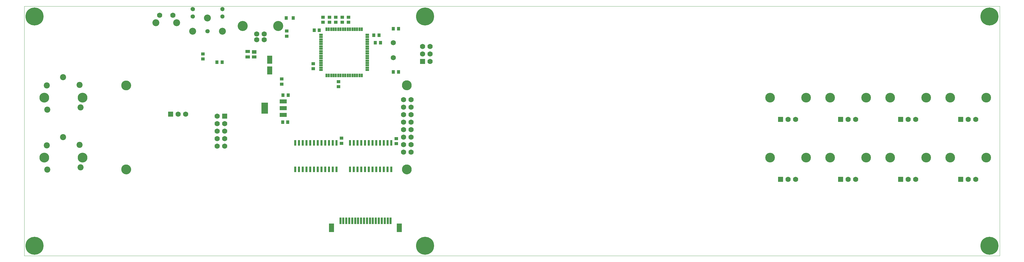
<source format=gbs>
G75*
%MOIN*%
%OFA0B0*%
%FSLAX25Y25*%
%IPPOS*%
%LPD*%
%AMOC8*
5,1,8,0,0,1.08239X$1,22.5*
%
%ADD10C,0.00000*%
%ADD11R,0.04731X0.04337*%
%ADD12R,0.04337X0.04731*%
%ADD13R,0.06699X0.10636*%
%ADD14C,0.07000*%
%ADD15C,0.13400*%
%ADD16R,0.04250X0.05124*%
%ADD17R,0.06069X0.04337*%
%ADD18R,0.06069X0.05124*%
%ADD19R,0.07000X0.07000*%
%ADD20C,0.12900*%
%ADD21C,0.12998*%
%ADD22R,0.05100X0.02600*%
%ADD23R,0.02600X0.05100*%
%ADD24R,0.09200X0.05200*%
%ADD25R,0.09061X0.14573*%
%ADD26R,0.02762X0.07487*%
%ADD27C,0.06900*%
%ADD28C,0.09250*%
%ADD29C,0.08118*%
%ADD30C,0.13061*%
%ADD31R,0.02762X0.09061*%
%ADD32R,0.06896X0.11424*%
%ADD33C,0.05518*%
%ADD34C,0.09258*%
%ADD35C,0.24022*%
D10*
X0001500Y0002000D02*
X0001500Y0335000D01*
X1301000Y0335000D01*
X1301000Y0002000D01*
X0001500Y0002000D01*
X0130749Y0117346D02*
X0130751Y0117504D01*
X0130757Y0117662D01*
X0130767Y0117820D01*
X0130781Y0117978D01*
X0130799Y0118135D01*
X0130820Y0118292D01*
X0130846Y0118448D01*
X0130876Y0118604D01*
X0130909Y0118759D01*
X0130947Y0118912D01*
X0130988Y0119065D01*
X0131033Y0119217D01*
X0131082Y0119368D01*
X0131135Y0119517D01*
X0131191Y0119665D01*
X0131251Y0119811D01*
X0131315Y0119956D01*
X0131383Y0120099D01*
X0131454Y0120241D01*
X0131528Y0120381D01*
X0131606Y0120518D01*
X0131688Y0120654D01*
X0131772Y0120788D01*
X0131861Y0120919D01*
X0131952Y0121048D01*
X0132047Y0121175D01*
X0132144Y0121300D01*
X0132245Y0121422D01*
X0132349Y0121541D01*
X0132456Y0121658D01*
X0132566Y0121772D01*
X0132679Y0121883D01*
X0132794Y0121992D01*
X0132912Y0122097D01*
X0133033Y0122199D01*
X0133156Y0122299D01*
X0133282Y0122395D01*
X0133410Y0122488D01*
X0133540Y0122578D01*
X0133673Y0122664D01*
X0133808Y0122748D01*
X0133944Y0122827D01*
X0134083Y0122904D01*
X0134224Y0122976D01*
X0134366Y0123046D01*
X0134510Y0123111D01*
X0134656Y0123173D01*
X0134803Y0123231D01*
X0134952Y0123286D01*
X0135102Y0123337D01*
X0135253Y0123384D01*
X0135405Y0123427D01*
X0135558Y0123466D01*
X0135713Y0123502D01*
X0135868Y0123533D01*
X0136024Y0123561D01*
X0136180Y0123585D01*
X0136337Y0123605D01*
X0136495Y0123621D01*
X0136652Y0123633D01*
X0136811Y0123641D01*
X0136969Y0123645D01*
X0137127Y0123645D01*
X0137285Y0123641D01*
X0137444Y0123633D01*
X0137601Y0123621D01*
X0137759Y0123605D01*
X0137916Y0123585D01*
X0138072Y0123561D01*
X0138228Y0123533D01*
X0138383Y0123502D01*
X0138538Y0123466D01*
X0138691Y0123427D01*
X0138843Y0123384D01*
X0138994Y0123337D01*
X0139144Y0123286D01*
X0139293Y0123231D01*
X0139440Y0123173D01*
X0139586Y0123111D01*
X0139730Y0123046D01*
X0139872Y0122976D01*
X0140013Y0122904D01*
X0140152Y0122827D01*
X0140288Y0122748D01*
X0140423Y0122664D01*
X0140556Y0122578D01*
X0140686Y0122488D01*
X0140814Y0122395D01*
X0140940Y0122299D01*
X0141063Y0122199D01*
X0141184Y0122097D01*
X0141302Y0121992D01*
X0141417Y0121883D01*
X0141530Y0121772D01*
X0141640Y0121658D01*
X0141747Y0121541D01*
X0141851Y0121422D01*
X0141952Y0121300D01*
X0142049Y0121175D01*
X0142144Y0121048D01*
X0142235Y0120919D01*
X0142324Y0120788D01*
X0142408Y0120654D01*
X0142490Y0120518D01*
X0142568Y0120381D01*
X0142642Y0120241D01*
X0142713Y0120099D01*
X0142781Y0119956D01*
X0142845Y0119811D01*
X0142905Y0119665D01*
X0142961Y0119517D01*
X0143014Y0119368D01*
X0143063Y0119217D01*
X0143108Y0119065D01*
X0143149Y0118912D01*
X0143187Y0118759D01*
X0143220Y0118604D01*
X0143250Y0118448D01*
X0143276Y0118292D01*
X0143297Y0118135D01*
X0143315Y0117978D01*
X0143329Y0117820D01*
X0143339Y0117662D01*
X0143345Y0117504D01*
X0143347Y0117346D01*
X0143345Y0117188D01*
X0143339Y0117030D01*
X0143329Y0116872D01*
X0143315Y0116714D01*
X0143297Y0116557D01*
X0143276Y0116400D01*
X0143250Y0116244D01*
X0143220Y0116088D01*
X0143187Y0115933D01*
X0143149Y0115780D01*
X0143108Y0115627D01*
X0143063Y0115475D01*
X0143014Y0115324D01*
X0142961Y0115175D01*
X0142905Y0115027D01*
X0142845Y0114881D01*
X0142781Y0114736D01*
X0142713Y0114593D01*
X0142642Y0114451D01*
X0142568Y0114311D01*
X0142490Y0114174D01*
X0142408Y0114038D01*
X0142324Y0113904D01*
X0142235Y0113773D01*
X0142144Y0113644D01*
X0142049Y0113517D01*
X0141952Y0113392D01*
X0141851Y0113270D01*
X0141747Y0113151D01*
X0141640Y0113034D01*
X0141530Y0112920D01*
X0141417Y0112809D01*
X0141302Y0112700D01*
X0141184Y0112595D01*
X0141063Y0112493D01*
X0140940Y0112393D01*
X0140814Y0112297D01*
X0140686Y0112204D01*
X0140556Y0112114D01*
X0140423Y0112028D01*
X0140288Y0111944D01*
X0140152Y0111865D01*
X0140013Y0111788D01*
X0139872Y0111716D01*
X0139730Y0111646D01*
X0139586Y0111581D01*
X0139440Y0111519D01*
X0139293Y0111461D01*
X0139144Y0111406D01*
X0138994Y0111355D01*
X0138843Y0111308D01*
X0138691Y0111265D01*
X0138538Y0111226D01*
X0138383Y0111190D01*
X0138228Y0111159D01*
X0138072Y0111131D01*
X0137916Y0111107D01*
X0137759Y0111087D01*
X0137601Y0111071D01*
X0137444Y0111059D01*
X0137285Y0111051D01*
X0137127Y0111047D01*
X0136969Y0111047D01*
X0136811Y0111051D01*
X0136652Y0111059D01*
X0136495Y0111071D01*
X0136337Y0111087D01*
X0136180Y0111107D01*
X0136024Y0111131D01*
X0135868Y0111159D01*
X0135713Y0111190D01*
X0135558Y0111226D01*
X0135405Y0111265D01*
X0135253Y0111308D01*
X0135102Y0111355D01*
X0134952Y0111406D01*
X0134803Y0111461D01*
X0134656Y0111519D01*
X0134510Y0111581D01*
X0134366Y0111646D01*
X0134224Y0111716D01*
X0134083Y0111788D01*
X0133944Y0111865D01*
X0133808Y0111944D01*
X0133673Y0112028D01*
X0133540Y0112114D01*
X0133410Y0112204D01*
X0133282Y0112297D01*
X0133156Y0112393D01*
X0133033Y0112493D01*
X0132912Y0112595D01*
X0132794Y0112700D01*
X0132679Y0112809D01*
X0132566Y0112920D01*
X0132456Y0113034D01*
X0132349Y0113151D01*
X0132245Y0113270D01*
X0132144Y0113392D01*
X0132047Y0113517D01*
X0131952Y0113644D01*
X0131861Y0113773D01*
X0131772Y0113904D01*
X0131688Y0114038D01*
X0131606Y0114174D01*
X0131528Y0114311D01*
X0131454Y0114451D01*
X0131383Y0114593D01*
X0131315Y0114736D01*
X0131251Y0114881D01*
X0131191Y0115027D01*
X0131135Y0115175D01*
X0131082Y0115324D01*
X0131033Y0115475D01*
X0130988Y0115627D01*
X0130947Y0115780D01*
X0130909Y0115933D01*
X0130876Y0116088D01*
X0130846Y0116244D01*
X0130820Y0116400D01*
X0130799Y0116557D01*
X0130781Y0116714D01*
X0130767Y0116872D01*
X0130757Y0117030D01*
X0130751Y0117188D01*
X0130749Y0117346D01*
X0504578Y0117346D02*
X0504580Y0117504D01*
X0504586Y0117662D01*
X0504596Y0117820D01*
X0504610Y0117978D01*
X0504628Y0118135D01*
X0504649Y0118292D01*
X0504675Y0118448D01*
X0504705Y0118604D01*
X0504738Y0118759D01*
X0504776Y0118912D01*
X0504817Y0119065D01*
X0504862Y0119217D01*
X0504911Y0119368D01*
X0504964Y0119517D01*
X0505020Y0119665D01*
X0505080Y0119811D01*
X0505144Y0119956D01*
X0505212Y0120099D01*
X0505283Y0120241D01*
X0505357Y0120381D01*
X0505435Y0120518D01*
X0505517Y0120654D01*
X0505601Y0120788D01*
X0505690Y0120919D01*
X0505781Y0121048D01*
X0505876Y0121175D01*
X0505973Y0121300D01*
X0506074Y0121422D01*
X0506178Y0121541D01*
X0506285Y0121658D01*
X0506395Y0121772D01*
X0506508Y0121883D01*
X0506623Y0121992D01*
X0506741Y0122097D01*
X0506862Y0122199D01*
X0506985Y0122299D01*
X0507111Y0122395D01*
X0507239Y0122488D01*
X0507369Y0122578D01*
X0507502Y0122664D01*
X0507637Y0122748D01*
X0507773Y0122827D01*
X0507912Y0122904D01*
X0508053Y0122976D01*
X0508195Y0123046D01*
X0508339Y0123111D01*
X0508485Y0123173D01*
X0508632Y0123231D01*
X0508781Y0123286D01*
X0508931Y0123337D01*
X0509082Y0123384D01*
X0509234Y0123427D01*
X0509387Y0123466D01*
X0509542Y0123502D01*
X0509697Y0123533D01*
X0509853Y0123561D01*
X0510009Y0123585D01*
X0510166Y0123605D01*
X0510324Y0123621D01*
X0510481Y0123633D01*
X0510640Y0123641D01*
X0510798Y0123645D01*
X0510956Y0123645D01*
X0511114Y0123641D01*
X0511273Y0123633D01*
X0511430Y0123621D01*
X0511588Y0123605D01*
X0511745Y0123585D01*
X0511901Y0123561D01*
X0512057Y0123533D01*
X0512212Y0123502D01*
X0512367Y0123466D01*
X0512520Y0123427D01*
X0512672Y0123384D01*
X0512823Y0123337D01*
X0512973Y0123286D01*
X0513122Y0123231D01*
X0513269Y0123173D01*
X0513415Y0123111D01*
X0513559Y0123046D01*
X0513701Y0122976D01*
X0513842Y0122904D01*
X0513981Y0122827D01*
X0514117Y0122748D01*
X0514252Y0122664D01*
X0514385Y0122578D01*
X0514515Y0122488D01*
X0514643Y0122395D01*
X0514769Y0122299D01*
X0514892Y0122199D01*
X0515013Y0122097D01*
X0515131Y0121992D01*
X0515246Y0121883D01*
X0515359Y0121772D01*
X0515469Y0121658D01*
X0515576Y0121541D01*
X0515680Y0121422D01*
X0515781Y0121300D01*
X0515878Y0121175D01*
X0515973Y0121048D01*
X0516064Y0120919D01*
X0516153Y0120788D01*
X0516237Y0120654D01*
X0516319Y0120518D01*
X0516397Y0120381D01*
X0516471Y0120241D01*
X0516542Y0120099D01*
X0516610Y0119956D01*
X0516674Y0119811D01*
X0516734Y0119665D01*
X0516790Y0119517D01*
X0516843Y0119368D01*
X0516892Y0119217D01*
X0516937Y0119065D01*
X0516978Y0118912D01*
X0517016Y0118759D01*
X0517049Y0118604D01*
X0517079Y0118448D01*
X0517105Y0118292D01*
X0517126Y0118135D01*
X0517144Y0117978D01*
X0517158Y0117820D01*
X0517168Y0117662D01*
X0517174Y0117504D01*
X0517176Y0117346D01*
X0517174Y0117188D01*
X0517168Y0117030D01*
X0517158Y0116872D01*
X0517144Y0116714D01*
X0517126Y0116557D01*
X0517105Y0116400D01*
X0517079Y0116244D01*
X0517049Y0116088D01*
X0517016Y0115933D01*
X0516978Y0115780D01*
X0516937Y0115627D01*
X0516892Y0115475D01*
X0516843Y0115324D01*
X0516790Y0115175D01*
X0516734Y0115027D01*
X0516674Y0114881D01*
X0516610Y0114736D01*
X0516542Y0114593D01*
X0516471Y0114451D01*
X0516397Y0114311D01*
X0516319Y0114174D01*
X0516237Y0114038D01*
X0516153Y0113904D01*
X0516064Y0113773D01*
X0515973Y0113644D01*
X0515878Y0113517D01*
X0515781Y0113392D01*
X0515680Y0113270D01*
X0515576Y0113151D01*
X0515469Y0113034D01*
X0515359Y0112920D01*
X0515246Y0112809D01*
X0515131Y0112700D01*
X0515013Y0112595D01*
X0514892Y0112493D01*
X0514769Y0112393D01*
X0514643Y0112297D01*
X0514515Y0112204D01*
X0514385Y0112114D01*
X0514252Y0112028D01*
X0514117Y0111944D01*
X0513981Y0111865D01*
X0513842Y0111788D01*
X0513701Y0111716D01*
X0513559Y0111646D01*
X0513415Y0111581D01*
X0513269Y0111519D01*
X0513122Y0111461D01*
X0512973Y0111406D01*
X0512823Y0111355D01*
X0512672Y0111308D01*
X0512520Y0111265D01*
X0512367Y0111226D01*
X0512212Y0111190D01*
X0512057Y0111159D01*
X0511901Y0111131D01*
X0511745Y0111107D01*
X0511588Y0111087D01*
X0511430Y0111071D01*
X0511273Y0111059D01*
X0511114Y0111051D01*
X0510956Y0111047D01*
X0510798Y0111047D01*
X0510640Y0111051D01*
X0510481Y0111059D01*
X0510324Y0111071D01*
X0510166Y0111087D01*
X0510009Y0111107D01*
X0509853Y0111131D01*
X0509697Y0111159D01*
X0509542Y0111190D01*
X0509387Y0111226D01*
X0509234Y0111265D01*
X0509082Y0111308D01*
X0508931Y0111355D01*
X0508781Y0111406D01*
X0508632Y0111461D01*
X0508485Y0111519D01*
X0508339Y0111581D01*
X0508195Y0111646D01*
X0508053Y0111716D01*
X0507912Y0111788D01*
X0507773Y0111865D01*
X0507637Y0111944D01*
X0507502Y0112028D01*
X0507369Y0112114D01*
X0507239Y0112204D01*
X0507111Y0112297D01*
X0506985Y0112393D01*
X0506862Y0112493D01*
X0506741Y0112595D01*
X0506623Y0112700D01*
X0506508Y0112809D01*
X0506395Y0112920D01*
X0506285Y0113034D01*
X0506178Y0113151D01*
X0506074Y0113270D01*
X0505973Y0113392D01*
X0505876Y0113517D01*
X0505781Y0113644D01*
X0505690Y0113773D01*
X0505601Y0113904D01*
X0505517Y0114038D01*
X0505435Y0114174D01*
X0505357Y0114311D01*
X0505283Y0114451D01*
X0505212Y0114593D01*
X0505144Y0114736D01*
X0505080Y0114881D01*
X0505020Y0115027D01*
X0504964Y0115175D01*
X0504911Y0115324D01*
X0504862Y0115475D01*
X0504817Y0115627D01*
X0504776Y0115780D01*
X0504738Y0115933D01*
X0504705Y0116088D01*
X0504675Y0116244D01*
X0504649Y0116400D01*
X0504628Y0116557D01*
X0504610Y0116714D01*
X0504596Y0116872D01*
X0504586Y0117030D01*
X0504580Y0117188D01*
X0504578Y0117346D01*
X0504578Y0229551D02*
X0504580Y0229709D01*
X0504586Y0229867D01*
X0504596Y0230025D01*
X0504610Y0230183D01*
X0504628Y0230340D01*
X0504649Y0230497D01*
X0504675Y0230653D01*
X0504705Y0230809D01*
X0504738Y0230964D01*
X0504776Y0231117D01*
X0504817Y0231270D01*
X0504862Y0231422D01*
X0504911Y0231573D01*
X0504964Y0231722D01*
X0505020Y0231870D01*
X0505080Y0232016D01*
X0505144Y0232161D01*
X0505212Y0232304D01*
X0505283Y0232446D01*
X0505357Y0232586D01*
X0505435Y0232723D01*
X0505517Y0232859D01*
X0505601Y0232993D01*
X0505690Y0233124D01*
X0505781Y0233253D01*
X0505876Y0233380D01*
X0505973Y0233505D01*
X0506074Y0233627D01*
X0506178Y0233746D01*
X0506285Y0233863D01*
X0506395Y0233977D01*
X0506508Y0234088D01*
X0506623Y0234197D01*
X0506741Y0234302D01*
X0506862Y0234404D01*
X0506985Y0234504D01*
X0507111Y0234600D01*
X0507239Y0234693D01*
X0507369Y0234783D01*
X0507502Y0234869D01*
X0507637Y0234953D01*
X0507773Y0235032D01*
X0507912Y0235109D01*
X0508053Y0235181D01*
X0508195Y0235251D01*
X0508339Y0235316D01*
X0508485Y0235378D01*
X0508632Y0235436D01*
X0508781Y0235491D01*
X0508931Y0235542D01*
X0509082Y0235589D01*
X0509234Y0235632D01*
X0509387Y0235671D01*
X0509542Y0235707D01*
X0509697Y0235738D01*
X0509853Y0235766D01*
X0510009Y0235790D01*
X0510166Y0235810D01*
X0510324Y0235826D01*
X0510481Y0235838D01*
X0510640Y0235846D01*
X0510798Y0235850D01*
X0510956Y0235850D01*
X0511114Y0235846D01*
X0511273Y0235838D01*
X0511430Y0235826D01*
X0511588Y0235810D01*
X0511745Y0235790D01*
X0511901Y0235766D01*
X0512057Y0235738D01*
X0512212Y0235707D01*
X0512367Y0235671D01*
X0512520Y0235632D01*
X0512672Y0235589D01*
X0512823Y0235542D01*
X0512973Y0235491D01*
X0513122Y0235436D01*
X0513269Y0235378D01*
X0513415Y0235316D01*
X0513559Y0235251D01*
X0513701Y0235181D01*
X0513842Y0235109D01*
X0513981Y0235032D01*
X0514117Y0234953D01*
X0514252Y0234869D01*
X0514385Y0234783D01*
X0514515Y0234693D01*
X0514643Y0234600D01*
X0514769Y0234504D01*
X0514892Y0234404D01*
X0515013Y0234302D01*
X0515131Y0234197D01*
X0515246Y0234088D01*
X0515359Y0233977D01*
X0515469Y0233863D01*
X0515576Y0233746D01*
X0515680Y0233627D01*
X0515781Y0233505D01*
X0515878Y0233380D01*
X0515973Y0233253D01*
X0516064Y0233124D01*
X0516153Y0232993D01*
X0516237Y0232859D01*
X0516319Y0232723D01*
X0516397Y0232586D01*
X0516471Y0232446D01*
X0516542Y0232304D01*
X0516610Y0232161D01*
X0516674Y0232016D01*
X0516734Y0231870D01*
X0516790Y0231722D01*
X0516843Y0231573D01*
X0516892Y0231422D01*
X0516937Y0231270D01*
X0516978Y0231117D01*
X0517016Y0230964D01*
X0517049Y0230809D01*
X0517079Y0230653D01*
X0517105Y0230497D01*
X0517126Y0230340D01*
X0517144Y0230183D01*
X0517158Y0230025D01*
X0517168Y0229867D01*
X0517174Y0229709D01*
X0517176Y0229551D01*
X0517174Y0229393D01*
X0517168Y0229235D01*
X0517158Y0229077D01*
X0517144Y0228919D01*
X0517126Y0228762D01*
X0517105Y0228605D01*
X0517079Y0228449D01*
X0517049Y0228293D01*
X0517016Y0228138D01*
X0516978Y0227985D01*
X0516937Y0227832D01*
X0516892Y0227680D01*
X0516843Y0227529D01*
X0516790Y0227380D01*
X0516734Y0227232D01*
X0516674Y0227086D01*
X0516610Y0226941D01*
X0516542Y0226798D01*
X0516471Y0226656D01*
X0516397Y0226516D01*
X0516319Y0226379D01*
X0516237Y0226243D01*
X0516153Y0226109D01*
X0516064Y0225978D01*
X0515973Y0225849D01*
X0515878Y0225722D01*
X0515781Y0225597D01*
X0515680Y0225475D01*
X0515576Y0225356D01*
X0515469Y0225239D01*
X0515359Y0225125D01*
X0515246Y0225014D01*
X0515131Y0224905D01*
X0515013Y0224800D01*
X0514892Y0224698D01*
X0514769Y0224598D01*
X0514643Y0224502D01*
X0514515Y0224409D01*
X0514385Y0224319D01*
X0514252Y0224233D01*
X0514117Y0224149D01*
X0513981Y0224070D01*
X0513842Y0223993D01*
X0513701Y0223921D01*
X0513559Y0223851D01*
X0513415Y0223786D01*
X0513269Y0223724D01*
X0513122Y0223666D01*
X0512973Y0223611D01*
X0512823Y0223560D01*
X0512672Y0223513D01*
X0512520Y0223470D01*
X0512367Y0223431D01*
X0512212Y0223395D01*
X0512057Y0223364D01*
X0511901Y0223336D01*
X0511745Y0223312D01*
X0511588Y0223292D01*
X0511430Y0223276D01*
X0511273Y0223264D01*
X0511114Y0223256D01*
X0510956Y0223252D01*
X0510798Y0223252D01*
X0510640Y0223256D01*
X0510481Y0223264D01*
X0510324Y0223276D01*
X0510166Y0223292D01*
X0510009Y0223312D01*
X0509853Y0223336D01*
X0509697Y0223364D01*
X0509542Y0223395D01*
X0509387Y0223431D01*
X0509234Y0223470D01*
X0509082Y0223513D01*
X0508931Y0223560D01*
X0508781Y0223611D01*
X0508632Y0223666D01*
X0508485Y0223724D01*
X0508339Y0223786D01*
X0508195Y0223851D01*
X0508053Y0223921D01*
X0507912Y0223993D01*
X0507773Y0224070D01*
X0507637Y0224149D01*
X0507502Y0224233D01*
X0507369Y0224319D01*
X0507239Y0224409D01*
X0507111Y0224502D01*
X0506985Y0224598D01*
X0506862Y0224698D01*
X0506741Y0224800D01*
X0506623Y0224905D01*
X0506508Y0225014D01*
X0506395Y0225125D01*
X0506285Y0225239D01*
X0506178Y0225356D01*
X0506074Y0225475D01*
X0505973Y0225597D01*
X0505876Y0225722D01*
X0505781Y0225849D01*
X0505690Y0225978D01*
X0505601Y0226109D01*
X0505517Y0226243D01*
X0505435Y0226379D01*
X0505357Y0226516D01*
X0505283Y0226656D01*
X0505212Y0226798D01*
X0505144Y0226941D01*
X0505080Y0227086D01*
X0505020Y0227232D01*
X0504964Y0227380D01*
X0504911Y0227529D01*
X0504862Y0227680D01*
X0504817Y0227832D01*
X0504776Y0227985D01*
X0504738Y0228138D01*
X0504705Y0228293D01*
X0504675Y0228449D01*
X0504649Y0228605D01*
X0504628Y0228762D01*
X0504610Y0228919D01*
X0504596Y0229077D01*
X0504586Y0229235D01*
X0504580Y0229393D01*
X0504578Y0229551D01*
X0242941Y0301783D02*
X0242943Y0301884D01*
X0242949Y0301985D01*
X0242959Y0302086D01*
X0242973Y0302186D01*
X0242991Y0302285D01*
X0243013Y0302384D01*
X0243038Y0302482D01*
X0243068Y0302579D01*
X0243101Y0302674D01*
X0243138Y0302768D01*
X0243179Y0302861D01*
X0243223Y0302952D01*
X0243271Y0303041D01*
X0243323Y0303128D01*
X0243378Y0303213D01*
X0243436Y0303295D01*
X0243497Y0303376D01*
X0243562Y0303454D01*
X0243629Y0303529D01*
X0243699Y0303601D01*
X0243773Y0303671D01*
X0243849Y0303738D01*
X0243927Y0303802D01*
X0244008Y0303862D01*
X0244091Y0303919D01*
X0244177Y0303973D01*
X0244265Y0304024D01*
X0244354Y0304071D01*
X0244445Y0304115D01*
X0244538Y0304154D01*
X0244633Y0304191D01*
X0244728Y0304223D01*
X0244825Y0304252D01*
X0244924Y0304276D01*
X0245022Y0304297D01*
X0245122Y0304314D01*
X0245222Y0304327D01*
X0245323Y0304336D01*
X0245424Y0304341D01*
X0245525Y0304342D01*
X0245626Y0304339D01*
X0245727Y0304332D01*
X0245828Y0304321D01*
X0245928Y0304306D01*
X0246027Y0304287D01*
X0246126Y0304264D01*
X0246223Y0304238D01*
X0246320Y0304207D01*
X0246415Y0304173D01*
X0246508Y0304135D01*
X0246601Y0304093D01*
X0246691Y0304048D01*
X0246780Y0303999D01*
X0246866Y0303947D01*
X0246950Y0303891D01*
X0247033Y0303832D01*
X0247112Y0303770D01*
X0247190Y0303705D01*
X0247264Y0303637D01*
X0247336Y0303565D01*
X0247405Y0303492D01*
X0247471Y0303415D01*
X0247534Y0303336D01*
X0247594Y0303254D01*
X0247650Y0303170D01*
X0247703Y0303084D01*
X0247753Y0302996D01*
X0247799Y0302906D01*
X0247842Y0302815D01*
X0247881Y0302721D01*
X0247916Y0302626D01*
X0247947Y0302530D01*
X0247975Y0302433D01*
X0247999Y0302335D01*
X0248019Y0302236D01*
X0248035Y0302136D01*
X0248047Y0302035D01*
X0248055Y0301935D01*
X0248059Y0301834D01*
X0248059Y0301732D01*
X0248055Y0301631D01*
X0248047Y0301531D01*
X0248035Y0301430D01*
X0248019Y0301330D01*
X0247999Y0301231D01*
X0247975Y0301133D01*
X0247947Y0301036D01*
X0247916Y0300940D01*
X0247881Y0300845D01*
X0247842Y0300751D01*
X0247799Y0300660D01*
X0247753Y0300570D01*
X0247703Y0300482D01*
X0247650Y0300396D01*
X0247594Y0300312D01*
X0247534Y0300230D01*
X0247471Y0300151D01*
X0247405Y0300074D01*
X0247336Y0300001D01*
X0247264Y0299929D01*
X0247190Y0299861D01*
X0247112Y0299796D01*
X0247033Y0299734D01*
X0246950Y0299675D01*
X0246866Y0299619D01*
X0246779Y0299567D01*
X0246691Y0299518D01*
X0246601Y0299473D01*
X0246508Y0299431D01*
X0246415Y0299393D01*
X0246320Y0299359D01*
X0246223Y0299328D01*
X0246126Y0299302D01*
X0246027Y0299279D01*
X0245928Y0299260D01*
X0245828Y0299245D01*
X0245727Y0299234D01*
X0245626Y0299227D01*
X0245525Y0299224D01*
X0245424Y0299225D01*
X0245323Y0299230D01*
X0245222Y0299239D01*
X0245122Y0299252D01*
X0245022Y0299269D01*
X0244924Y0299290D01*
X0244825Y0299314D01*
X0244728Y0299343D01*
X0244633Y0299375D01*
X0244538Y0299412D01*
X0244445Y0299451D01*
X0244354Y0299495D01*
X0244265Y0299542D01*
X0244177Y0299593D01*
X0244091Y0299647D01*
X0244008Y0299704D01*
X0243927Y0299764D01*
X0243849Y0299828D01*
X0243773Y0299895D01*
X0243699Y0299965D01*
X0243629Y0300037D01*
X0243562Y0300112D01*
X0243497Y0300190D01*
X0243436Y0300271D01*
X0243378Y0300353D01*
X0243323Y0300438D01*
X0243271Y0300525D01*
X0243223Y0300614D01*
X0243179Y0300705D01*
X0243138Y0300798D01*
X0243101Y0300892D01*
X0243068Y0300987D01*
X0243038Y0301084D01*
X0243013Y0301182D01*
X0242991Y0301281D01*
X0242973Y0301380D01*
X0242959Y0301480D01*
X0242949Y0301581D01*
X0242943Y0301682D01*
X0242941Y0301783D01*
X0223256Y0321469D02*
X0223258Y0321570D01*
X0223264Y0321671D01*
X0223274Y0321772D01*
X0223288Y0321872D01*
X0223306Y0321971D01*
X0223328Y0322070D01*
X0223353Y0322168D01*
X0223383Y0322265D01*
X0223416Y0322360D01*
X0223453Y0322454D01*
X0223494Y0322547D01*
X0223538Y0322638D01*
X0223586Y0322727D01*
X0223638Y0322814D01*
X0223693Y0322899D01*
X0223751Y0322981D01*
X0223812Y0323062D01*
X0223877Y0323140D01*
X0223944Y0323215D01*
X0224014Y0323287D01*
X0224088Y0323357D01*
X0224164Y0323424D01*
X0224242Y0323488D01*
X0224323Y0323548D01*
X0224406Y0323605D01*
X0224492Y0323659D01*
X0224580Y0323710D01*
X0224669Y0323757D01*
X0224760Y0323801D01*
X0224853Y0323840D01*
X0224948Y0323877D01*
X0225043Y0323909D01*
X0225140Y0323938D01*
X0225239Y0323962D01*
X0225337Y0323983D01*
X0225437Y0324000D01*
X0225537Y0324013D01*
X0225638Y0324022D01*
X0225739Y0324027D01*
X0225840Y0324028D01*
X0225941Y0324025D01*
X0226042Y0324018D01*
X0226143Y0324007D01*
X0226243Y0323992D01*
X0226342Y0323973D01*
X0226441Y0323950D01*
X0226538Y0323924D01*
X0226635Y0323893D01*
X0226730Y0323859D01*
X0226823Y0323821D01*
X0226916Y0323779D01*
X0227006Y0323734D01*
X0227095Y0323685D01*
X0227181Y0323633D01*
X0227265Y0323577D01*
X0227348Y0323518D01*
X0227427Y0323456D01*
X0227505Y0323391D01*
X0227579Y0323323D01*
X0227651Y0323251D01*
X0227720Y0323178D01*
X0227786Y0323101D01*
X0227849Y0323022D01*
X0227909Y0322940D01*
X0227965Y0322856D01*
X0228018Y0322770D01*
X0228068Y0322682D01*
X0228114Y0322592D01*
X0228157Y0322501D01*
X0228196Y0322407D01*
X0228231Y0322312D01*
X0228262Y0322216D01*
X0228290Y0322119D01*
X0228314Y0322021D01*
X0228334Y0321922D01*
X0228350Y0321822D01*
X0228362Y0321721D01*
X0228370Y0321621D01*
X0228374Y0321520D01*
X0228374Y0321418D01*
X0228370Y0321317D01*
X0228362Y0321217D01*
X0228350Y0321116D01*
X0228334Y0321016D01*
X0228314Y0320917D01*
X0228290Y0320819D01*
X0228262Y0320722D01*
X0228231Y0320626D01*
X0228196Y0320531D01*
X0228157Y0320437D01*
X0228114Y0320346D01*
X0228068Y0320256D01*
X0228018Y0320168D01*
X0227965Y0320082D01*
X0227909Y0319998D01*
X0227849Y0319916D01*
X0227786Y0319837D01*
X0227720Y0319760D01*
X0227651Y0319687D01*
X0227579Y0319615D01*
X0227505Y0319547D01*
X0227427Y0319482D01*
X0227348Y0319420D01*
X0227265Y0319361D01*
X0227181Y0319305D01*
X0227094Y0319253D01*
X0227006Y0319204D01*
X0226916Y0319159D01*
X0226823Y0319117D01*
X0226730Y0319079D01*
X0226635Y0319045D01*
X0226538Y0319014D01*
X0226441Y0318988D01*
X0226342Y0318965D01*
X0226243Y0318946D01*
X0226143Y0318931D01*
X0226042Y0318920D01*
X0225941Y0318913D01*
X0225840Y0318910D01*
X0225739Y0318911D01*
X0225638Y0318916D01*
X0225537Y0318925D01*
X0225437Y0318938D01*
X0225337Y0318955D01*
X0225239Y0318976D01*
X0225140Y0319000D01*
X0225043Y0319029D01*
X0224948Y0319061D01*
X0224853Y0319098D01*
X0224760Y0319137D01*
X0224669Y0319181D01*
X0224580Y0319228D01*
X0224492Y0319279D01*
X0224406Y0319333D01*
X0224323Y0319390D01*
X0224242Y0319450D01*
X0224164Y0319514D01*
X0224088Y0319581D01*
X0224014Y0319651D01*
X0223944Y0319723D01*
X0223877Y0319798D01*
X0223812Y0319876D01*
X0223751Y0319957D01*
X0223693Y0320039D01*
X0223638Y0320124D01*
X0223586Y0320211D01*
X0223538Y0320300D01*
X0223494Y0320391D01*
X0223453Y0320484D01*
X0223416Y0320578D01*
X0223383Y0320673D01*
X0223353Y0320770D01*
X0223328Y0320868D01*
X0223306Y0320967D01*
X0223288Y0321066D01*
X0223274Y0321166D01*
X0223264Y0321267D01*
X0223258Y0321368D01*
X0223256Y0321469D01*
X0223256Y0331311D02*
X0223258Y0331412D01*
X0223264Y0331513D01*
X0223274Y0331614D01*
X0223288Y0331714D01*
X0223306Y0331813D01*
X0223328Y0331912D01*
X0223353Y0332010D01*
X0223383Y0332107D01*
X0223416Y0332202D01*
X0223453Y0332296D01*
X0223494Y0332389D01*
X0223538Y0332480D01*
X0223586Y0332569D01*
X0223638Y0332656D01*
X0223693Y0332741D01*
X0223751Y0332823D01*
X0223812Y0332904D01*
X0223877Y0332982D01*
X0223944Y0333057D01*
X0224014Y0333129D01*
X0224088Y0333199D01*
X0224164Y0333266D01*
X0224242Y0333330D01*
X0224323Y0333390D01*
X0224406Y0333447D01*
X0224492Y0333501D01*
X0224580Y0333552D01*
X0224669Y0333599D01*
X0224760Y0333643D01*
X0224853Y0333682D01*
X0224948Y0333719D01*
X0225043Y0333751D01*
X0225140Y0333780D01*
X0225239Y0333804D01*
X0225337Y0333825D01*
X0225437Y0333842D01*
X0225537Y0333855D01*
X0225638Y0333864D01*
X0225739Y0333869D01*
X0225840Y0333870D01*
X0225941Y0333867D01*
X0226042Y0333860D01*
X0226143Y0333849D01*
X0226243Y0333834D01*
X0226342Y0333815D01*
X0226441Y0333792D01*
X0226538Y0333766D01*
X0226635Y0333735D01*
X0226730Y0333701D01*
X0226823Y0333663D01*
X0226916Y0333621D01*
X0227006Y0333576D01*
X0227095Y0333527D01*
X0227181Y0333475D01*
X0227265Y0333419D01*
X0227348Y0333360D01*
X0227427Y0333298D01*
X0227505Y0333233D01*
X0227579Y0333165D01*
X0227651Y0333093D01*
X0227720Y0333020D01*
X0227786Y0332943D01*
X0227849Y0332864D01*
X0227909Y0332782D01*
X0227965Y0332698D01*
X0228018Y0332612D01*
X0228068Y0332524D01*
X0228114Y0332434D01*
X0228157Y0332343D01*
X0228196Y0332249D01*
X0228231Y0332154D01*
X0228262Y0332058D01*
X0228290Y0331961D01*
X0228314Y0331863D01*
X0228334Y0331764D01*
X0228350Y0331664D01*
X0228362Y0331563D01*
X0228370Y0331463D01*
X0228374Y0331362D01*
X0228374Y0331260D01*
X0228370Y0331159D01*
X0228362Y0331059D01*
X0228350Y0330958D01*
X0228334Y0330858D01*
X0228314Y0330759D01*
X0228290Y0330661D01*
X0228262Y0330564D01*
X0228231Y0330468D01*
X0228196Y0330373D01*
X0228157Y0330279D01*
X0228114Y0330188D01*
X0228068Y0330098D01*
X0228018Y0330010D01*
X0227965Y0329924D01*
X0227909Y0329840D01*
X0227849Y0329758D01*
X0227786Y0329679D01*
X0227720Y0329602D01*
X0227651Y0329529D01*
X0227579Y0329457D01*
X0227505Y0329389D01*
X0227427Y0329324D01*
X0227348Y0329262D01*
X0227265Y0329203D01*
X0227181Y0329147D01*
X0227094Y0329095D01*
X0227006Y0329046D01*
X0226916Y0329001D01*
X0226823Y0328959D01*
X0226730Y0328921D01*
X0226635Y0328887D01*
X0226538Y0328856D01*
X0226441Y0328830D01*
X0226342Y0328807D01*
X0226243Y0328788D01*
X0226143Y0328773D01*
X0226042Y0328762D01*
X0225941Y0328755D01*
X0225840Y0328752D01*
X0225739Y0328753D01*
X0225638Y0328758D01*
X0225537Y0328767D01*
X0225437Y0328780D01*
X0225337Y0328797D01*
X0225239Y0328818D01*
X0225140Y0328842D01*
X0225043Y0328871D01*
X0224948Y0328903D01*
X0224853Y0328940D01*
X0224760Y0328979D01*
X0224669Y0329023D01*
X0224580Y0329070D01*
X0224492Y0329121D01*
X0224406Y0329175D01*
X0224323Y0329232D01*
X0224242Y0329292D01*
X0224164Y0329356D01*
X0224088Y0329423D01*
X0224014Y0329493D01*
X0223944Y0329565D01*
X0223877Y0329640D01*
X0223812Y0329718D01*
X0223751Y0329799D01*
X0223693Y0329881D01*
X0223638Y0329966D01*
X0223586Y0330053D01*
X0223538Y0330142D01*
X0223494Y0330233D01*
X0223453Y0330326D01*
X0223416Y0330420D01*
X0223383Y0330515D01*
X0223353Y0330612D01*
X0223328Y0330710D01*
X0223306Y0330809D01*
X0223288Y0330908D01*
X0223274Y0331008D01*
X0223264Y0331109D01*
X0223258Y0331210D01*
X0223256Y0331311D01*
X0262626Y0331311D02*
X0262628Y0331412D01*
X0262634Y0331513D01*
X0262644Y0331614D01*
X0262658Y0331714D01*
X0262676Y0331813D01*
X0262698Y0331912D01*
X0262723Y0332010D01*
X0262753Y0332107D01*
X0262786Y0332202D01*
X0262823Y0332296D01*
X0262864Y0332389D01*
X0262908Y0332480D01*
X0262956Y0332569D01*
X0263008Y0332656D01*
X0263063Y0332741D01*
X0263121Y0332823D01*
X0263182Y0332904D01*
X0263247Y0332982D01*
X0263314Y0333057D01*
X0263384Y0333129D01*
X0263458Y0333199D01*
X0263534Y0333266D01*
X0263612Y0333330D01*
X0263693Y0333390D01*
X0263776Y0333447D01*
X0263862Y0333501D01*
X0263950Y0333552D01*
X0264039Y0333599D01*
X0264130Y0333643D01*
X0264223Y0333682D01*
X0264318Y0333719D01*
X0264413Y0333751D01*
X0264510Y0333780D01*
X0264609Y0333804D01*
X0264707Y0333825D01*
X0264807Y0333842D01*
X0264907Y0333855D01*
X0265008Y0333864D01*
X0265109Y0333869D01*
X0265210Y0333870D01*
X0265311Y0333867D01*
X0265412Y0333860D01*
X0265513Y0333849D01*
X0265613Y0333834D01*
X0265712Y0333815D01*
X0265811Y0333792D01*
X0265908Y0333766D01*
X0266005Y0333735D01*
X0266100Y0333701D01*
X0266193Y0333663D01*
X0266286Y0333621D01*
X0266376Y0333576D01*
X0266465Y0333527D01*
X0266551Y0333475D01*
X0266635Y0333419D01*
X0266718Y0333360D01*
X0266797Y0333298D01*
X0266875Y0333233D01*
X0266949Y0333165D01*
X0267021Y0333093D01*
X0267090Y0333020D01*
X0267156Y0332943D01*
X0267219Y0332864D01*
X0267279Y0332782D01*
X0267335Y0332698D01*
X0267388Y0332612D01*
X0267438Y0332524D01*
X0267484Y0332434D01*
X0267527Y0332343D01*
X0267566Y0332249D01*
X0267601Y0332154D01*
X0267632Y0332058D01*
X0267660Y0331961D01*
X0267684Y0331863D01*
X0267704Y0331764D01*
X0267720Y0331664D01*
X0267732Y0331563D01*
X0267740Y0331463D01*
X0267744Y0331362D01*
X0267744Y0331260D01*
X0267740Y0331159D01*
X0267732Y0331059D01*
X0267720Y0330958D01*
X0267704Y0330858D01*
X0267684Y0330759D01*
X0267660Y0330661D01*
X0267632Y0330564D01*
X0267601Y0330468D01*
X0267566Y0330373D01*
X0267527Y0330279D01*
X0267484Y0330188D01*
X0267438Y0330098D01*
X0267388Y0330010D01*
X0267335Y0329924D01*
X0267279Y0329840D01*
X0267219Y0329758D01*
X0267156Y0329679D01*
X0267090Y0329602D01*
X0267021Y0329529D01*
X0266949Y0329457D01*
X0266875Y0329389D01*
X0266797Y0329324D01*
X0266718Y0329262D01*
X0266635Y0329203D01*
X0266551Y0329147D01*
X0266464Y0329095D01*
X0266376Y0329046D01*
X0266286Y0329001D01*
X0266193Y0328959D01*
X0266100Y0328921D01*
X0266005Y0328887D01*
X0265908Y0328856D01*
X0265811Y0328830D01*
X0265712Y0328807D01*
X0265613Y0328788D01*
X0265513Y0328773D01*
X0265412Y0328762D01*
X0265311Y0328755D01*
X0265210Y0328752D01*
X0265109Y0328753D01*
X0265008Y0328758D01*
X0264907Y0328767D01*
X0264807Y0328780D01*
X0264707Y0328797D01*
X0264609Y0328818D01*
X0264510Y0328842D01*
X0264413Y0328871D01*
X0264318Y0328903D01*
X0264223Y0328940D01*
X0264130Y0328979D01*
X0264039Y0329023D01*
X0263950Y0329070D01*
X0263862Y0329121D01*
X0263776Y0329175D01*
X0263693Y0329232D01*
X0263612Y0329292D01*
X0263534Y0329356D01*
X0263458Y0329423D01*
X0263384Y0329493D01*
X0263314Y0329565D01*
X0263247Y0329640D01*
X0263182Y0329718D01*
X0263121Y0329799D01*
X0263063Y0329881D01*
X0263008Y0329966D01*
X0262956Y0330053D01*
X0262908Y0330142D01*
X0262864Y0330233D01*
X0262823Y0330326D01*
X0262786Y0330420D01*
X0262753Y0330515D01*
X0262723Y0330612D01*
X0262698Y0330710D01*
X0262676Y0330809D01*
X0262658Y0330908D01*
X0262644Y0331008D01*
X0262634Y0331109D01*
X0262628Y0331210D01*
X0262626Y0331311D01*
X0262626Y0321469D02*
X0262628Y0321570D01*
X0262634Y0321671D01*
X0262644Y0321772D01*
X0262658Y0321872D01*
X0262676Y0321971D01*
X0262698Y0322070D01*
X0262723Y0322168D01*
X0262753Y0322265D01*
X0262786Y0322360D01*
X0262823Y0322454D01*
X0262864Y0322547D01*
X0262908Y0322638D01*
X0262956Y0322727D01*
X0263008Y0322814D01*
X0263063Y0322899D01*
X0263121Y0322981D01*
X0263182Y0323062D01*
X0263247Y0323140D01*
X0263314Y0323215D01*
X0263384Y0323287D01*
X0263458Y0323357D01*
X0263534Y0323424D01*
X0263612Y0323488D01*
X0263693Y0323548D01*
X0263776Y0323605D01*
X0263862Y0323659D01*
X0263950Y0323710D01*
X0264039Y0323757D01*
X0264130Y0323801D01*
X0264223Y0323840D01*
X0264318Y0323877D01*
X0264413Y0323909D01*
X0264510Y0323938D01*
X0264609Y0323962D01*
X0264707Y0323983D01*
X0264807Y0324000D01*
X0264907Y0324013D01*
X0265008Y0324022D01*
X0265109Y0324027D01*
X0265210Y0324028D01*
X0265311Y0324025D01*
X0265412Y0324018D01*
X0265513Y0324007D01*
X0265613Y0323992D01*
X0265712Y0323973D01*
X0265811Y0323950D01*
X0265908Y0323924D01*
X0266005Y0323893D01*
X0266100Y0323859D01*
X0266193Y0323821D01*
X0266286Y0323779D01*
X0266376Y0323734D01*
X0266465Y0323685D01*
X0266551Y0323633D01*
X0266635Y0323577D01*
X0266718Y0323518D01*
X0266797Y0323456D01*
X0266875Y0323391D01*
X0266949Y0323323D01*
X0267021Y0323251D01*
X0267090Y0323178D01*
X0267156Y0323101D01*
X0267219Y0323022D01*
X0267279Y0322940D01*
X0267335Y0322856D01*
X0267388Y0322770D01*
X0267438Y0322682D01*
X0267484Y0322592D01*
X0267527Y0322501D01*
X0267566Y0322407D01*
X0267601Y0322312D01*
X0267632Y0322216D01*
X0267660Y0322119D01*
X0267684Y0322021D01*
X0267704Y0321922D01*
X0267720Y0321822D01*
X0267732Y0321721D01*
X0267740Y0321621D01*
X0267744Y0321520D01*
X0267744Y0321418D01*
X0267740Y0321317D01*
X0267732Y0321217D01*
X0267720Y0321116D01*
X0267704Y0321016D01*
X0267684Y0320917D01*
X0267660Y0320819D01*
X0267632Y0320722D01*
X0267601Y0320626D01*
X0267566Y0320531D01*
X0267527Y0320437D01*
X0267484Y0320346D01*
X0267438Y0320256D01*
X0267388Y0320168D01*
X0267335Y0320082D01*
X0267279Y0319998D01*
X0267219Y0319916D01*
X0267156Y0319837D01*
X0267090Y0319760D01*
X0267021Y0319687D01*
X0266949Y0319615D01*
X0266875Y0319547D01*
X0266797Y0319482D01*
X0266718Y0319420D01*
X0266635Y0319361D01*
X0266551Y0319305D01*
X0266464Y0319253D01*
X0266376Y0319204D01*
X0266286Y0319159D01*
X0266193Y0319117D01*
X0266100Y0319079D01*
X0266005Y0319045D01*
X0265908Y0319014D01*
X0265811Y0318988D01*
X0265712Y0318965D01*
X0265613Y0318946D01*
X0265513Y0318931D01*
X0265412Y0318920D01*
X0265311Y0318913D01*
X0265210Y0318910D01*
X0265109Y0318911D01*
X0265008Y0318916D01*
X0264907Y0318925D01*
X0264807Y0318938D01*
X0264707Y0318955D01*
X0264609Y0318976D01*
X0264510Y0319000D01*
X0264413Y0319029D01*
X0264318Y0319061D01*
X0264223Y0319098D01*
X0264130Y0319137D01*
X0264039Y0319181D01*
X0263950Y0319228D01*
X0263862Y0319279D01*
X0263776Y0319333D01*
X0263693Y0319390D01*
X0263612Y0319450D01*
X0263534Y0319514D01*
X0263458Y0319581D01*
X0263384Y0319651D01*
X0263314Y0319723D01*
X0263247Y0319798D01*
X0263182Y0319876D01*
X0263121Y0319957D01*
X0263063Y0320039D01*
X0263008Y0320124D01*
X0262956Y0320211D01*
X0262908Y0320300D01*
X0262864Y0320391D01*
X0262823Y0320484D01*
X0262786Y0320578D01*
X0262753Y0320673D01*
X0262723Y0320770D01*
X0262698Y0320868D01*
X0262676Y0320967D01*
X0262658Y0321066D01*
X0262644Y0321166D01*
X0262634Y0321267D01*
X0262628Y0321368D01*
X0262626Y0321469D01*
X0130703Y0229471D02*
X0130705Y0229629D01*
X0130711Y0229787D01*
X0130721Y0229945D01*
X0130735Y0230103D01*
X0130753Y0230260D01*
X0130774Y0230417D01*
X0130800Y0230573D01*
X0130830Y0230729D01*
X0130863Y0230884D01*
X0130901Y0231037D01*
X0130942Y0231190D01*
X0130987Y0231342D01*
X0131036Y0231493D01*
X0131089Y0231642D01*
X0131145Y0231790D01*
X0131205Y0231936D01*
X0131269Y0232081D01*
X0131337Y0232224D01*
X0131408Y0232366D01*
X0131482Y0232506D01*
X0131560Y0232643D01*
X0131642Y0232779D01*
X0131726Y0232913D01*
X0131815Y0233044D01*
X0131906Y0233173D01*
X0132001Y0233300D01*
X0132098Y0233425D01*
X0132199Y0233547D01*
X0132303Y0233666D01*
X0132410Y0233783D01*
X0132520Y0233897D01*
X0132633Y0234008D01*
X0132748Y0234117D01*
X0132866Y0234222D01*
X0132987Y0234324D01*
X0133110Y0234424D01*
X0133236Y0234520D01*
X0133364Y0234613D01*
X0133494Y0234703D01*
X0133627Y0234789D01*
X0133762Y0234873D01*
X0133898Y0234952D01*
X0134037Y0235029D01*
X0134178Y0235101D01*
X0134320Y0235171D01*
X0134464Y0235236D01*
X0134610Y0235298D01*
X0134757Y0235356D01*
X0134906Y0235411D01*
X0135056Y0235462D01*
X0135207Y0235509D01*
X0135359Y0235552D01*
X0135512Y0235591D01*
X0135667Y0235627D01*
X0135822Y0235658D01*
X0135978Y0235686D01*
X0136134Y0235710D01*
X0136291Y0235730D01*
X0136449Y0235746D01*
X0136606Y0235758D01*
X0136765Y0235766D01*
X0136923Y0235770D01*
X0137081Y0235770D01*
X0137239Y0235766D01*
X0137398Y0235758D01*
X0137555Y0235746D01*
X0137713Y0235730D01*
X0137870Y0235710D01*
X0138026Y0235686D01*
X0138182Y0235658D01*
X0138337Y0235627D01*
X0138492Y0235591D01*
X0138645Y0235552D01*
X0138797Y0235509D01*
X0138948Y0235462D01*
X0139098Y0235411D01*
X0139247Y0235356D01*
X0139394Y0235298D01*
X0139540Y0235236D01*
X0139684Y0235171D01*
X0139826Y0235101D01*
X0139967Y0235029D01*
X0140106Y0234952D01*
X0140242Y0234873D01*
X0140377Y0234789D01*
X0140510Y0234703D01*
X0140640Y0234613D01*
X0140768Y0234520D01*
X0140894Y0234424D01*
X0141017Y0234324D01*
X0141138Y0234222D01*
X0141256Y0234117D01*
X0141371Y0234008D01*
X0141484Y0233897D01*
X0141594Y0233783D01*
X0141701Y0233666D01*
X0141805Y0233547D01*
X0141906Y0233425D01*
X0142003Y0233300D01*
X0142098Y0233173D01*
X0142189Y0233044D01*
X0142278Y0232913D01*
X0142362Y0232779D01*
X0142444Y0232643D01*
X0142522Y0232506D01*
X0142596Y0232366D01*
X0142667Y0232224D01*
X0142735Y0232081D01*
X0142799Y0231936D01*
X0142859Y0231790D01*
X0142915Y0231642D01*
X0142968Y0231493D01*
X0143017Y0231342D01*
X0143062Y0231190D01*
X0143103Y0231037D01*
X0143141Y0230884D01*
X0143174Y0230729D01*
X0143204Y0230573D01*
X0143230Y0230417D01*
X0143251Y0230260D01*
X0143269Y0230103D01*
X0143283Y0229945D01*
X0143293Y0229787D01*
X0143299Y0229629D01*
X0143301Y0229471D01*
X0143299Y0229313D01*
X0143293Y0229155D01*
X0143283Y0228997D01*
X0143269Y0228839D01*
X0143251Y0228682D01*
X0143230Y0228525D01*
X0143204Y0228369D01*
X0143174Y0228213D01*
X0143141Y0228058D01*
X0143103Y0227905D01*
X0143062Y0227752D01*
X0143017Y0227600D01*
X0142968Y0227449D01*
X0142915Y0227300D01*
X0142859Y0227152D01*
X0142799Y0227006D01*
X0142735Y0226861D01*
X0142667Y0226718D01*
X0142596Y0226576D01*
X0142522Y0226436D01*
X0142444Y0226299D01*
X0142362Y0226163D01*
X0142278Y0226029D01*
X0142189Y0225898D01*
X0142098Y0225769D01*
X0142003Y0225642D01*
X0141906Y0225517D01*
X0141805Y0225395D01*
X0141701Y0225276D01*
X0141594Y0225159D01*
X0141484Y0225045D01*
X0141371Y0224934D01*
X0141256Y0224825D01*
X0141138Y0224720D01*
X0141017Y0224618D01*
X0140894Y0224518D01*
X0140768Y0224422D01*
X0140640Y0224329D01*
X0140510Y0224239D01*
X0140377Y0224153D01*
X0140242Y0224069D01*
X0140106Y0223990D01*
X0139967Y0223913D01*
X0139826Y0223841D01*
X0139684Y0223771D01*
X0139540Y0223706D01*
X0139394Y0223644D01*
X0139247Y0223586D01*
X0139098Y0223531D01*
X0138948Y0223480D01*
X0138797Y0223433D01*
X0138645Y0223390D01*
X0138492Y0223351D01*
X0138337Y0223315D01*
X0138182Y0223284D01*
X0138026Y0223256D01*
X0137870Y0223232D01*
X0137713Y0223212D01*
X0137555Y0223196D01*
X0137398Y0223184D01*
X0137239Y0223176D01*
X0137081Y0223172D01*
X0136923Y0223172D01*
X0136765Y0223176D01*
X0136606Y0223184D01*
X0136449Y0223196D01*
X0136291Y0223212D01*
X0136134Y0223232D01*
X0135978Y0223256D01*
X0135822Y0223284D01*
X0135667Y0223315D01*
X0135512Y0223351D01*
X0135359Y0223390D01*
X0135207Y0223433D01*
X0135056Y0223480D01*
X0134906Y0223531D01*
X0134757Y0223586D01*
X0134610Y0223644D01*
X0134464Y0223706D01*
X0134320Y0223771D01*
X0134178Y0223841D01*
X0134037Y0223913D01*
X0133898Y0223990D01*
X0133762Y0224069D01*
X0133627Y0224153D01*
X0133494Y0224239D01*
X0133364Y0224329D01*
X0133236Y0224422D01*
X0133110Y0224518D01*
X0132987Y0224618D01*
X0132866Y0224720D01*
X0132748Y0224825D01*
X0132633Y0224934D01*
X0132520Y0225045D01*
X0132410Y0225159D01*
X0132303Y0225276D01*
X0132199Y0225395D01*
X0132098Y0225517D01*
X0132001Y0225642D01*
X0131906Y0225769D01*
X0131815Y0225898D01*
X0131726Y0226029D01*
X0131642Y0226163D01*
X0131560Y0226299D01*
X0131482Y0226436D01*
X0131408Y0226576D01*
X0131337Y0226718D01*
X0131269Y0226861D01*
X0131205Y0227006D01*
X0131145Y0227152D01*
X0131089Y0227300D01*
X0131036Y0227449D01*
X0130987Y0227600D01*
X0130942Y0227752D01*
X0130901Y0227905D01*
X0130863Y0228058D01*
X0130830Y0228213D01*
X0130800Y0228369D01*
X0130774Y0228525D01*
X0130753Y0228682D01*
X0130735Y0228839D01*
X0130721Y0228997D01*
X0130711Y0229155D01*
X0130705Y0229313D01*
X0130703Y0229471D01*
D11*
X0239500Y0264654D03*
X0239500Y0271346D03*
X0351000Y0295154D03*
X0351000Y0301846D03*
X0399500Y0313654D03*
X0408000Y0313654D03*
X0416500Y0313654D03*
X0425000Y0313654D03*
X0433500Y0313654D03*
X0433500Y0320346D03*
X0425000Y0320346D03*
X0416500Y0320346D03*
X0408000Y0320346D03*
X0399500Y0320346D03*
X0386500Y0258346D03*
X0386500Y0251654D03*
X0344500Y0237846D03*
X0344500Y0231154D03*
X0420000Y0234346D03*
X0420000Y0227654D03*
X0424000Y0158846D03*
X0424000Y0152154D03*
X0497000Y0151654D03*
X0497000Y0158346D03*
D12*
X0352346Y0180500D03*
X0345654Y0180500D03*
X0346154Y0216500D03*
X0352846Y0216500D03*
X0493154Y0247500D03*
X0499846Y0247500D03*
X0475846Y0286500D03*
X0469154Y0286500D03*
X0467154Y0296500D03*
X0473846Y0296500D03*
X0493154Y0305000D03*
X0499846Y0305000D03*
X0394346Y0303000D03*
X0387654Y0303000D03*
X0264846Y0260500D03*
X0258154Y0260500D03*
D13*
X0328500Y0263587D03*
X0328500Y0249413D03*
D14*
X0320921Y0290200D03*
X0311079Y0290200D03*
X0311079Y0298000D03*
X0320921Y0298000D03*
X0199400Y0322900D03*
X0181600Y0322900D03*
X0532000Y0281500D03*
X0542000Y0281500D03*
X0542000Y0271500D03*
X0532000Y0271500D03*
X0542000Y0261500D03*
X0516665Y0210504D03*
X0506665Y0210504D03*
X0506665Y0200504D03*
X0516665Y0200504D03*
X0516665Y0190504D03*
X0506665Y0190504D03*
X0506665Y0180504D03*
X0516665Y0180504D03*
X0516665Y0170504D03*
X0506665Y0170504D03*
X0506665Y0160504D03*
X0516665Y0160504D03*
X0516665Y0150504D03*
X0506665Y0150504D03*
X0506665Y0140504D03*
X0516665Y0140504D03*
X0268500Y0148500D03*
X0258500Y0148500D03*
X0258500Y0158500D03*
X0268500Y0158500D03*
X0268500Y0168500D03*
X0258500Y0168500D03*
X0258500Y0178500D03*
X0268500Y0178500D03*
X0258500Y0188500D03*
X0216500Y0191000D03*
X0206500Y0191000D03*
X1019000Y0184000D03*
X1029000Y0184000D03*
X1099000Y0184000D03*
X1109000Y0184000D03*
X1179000Y0184000D03*
X1189000Y0184000D03*
X1259000Y0184000D03*
X1269000Y0184000D03*
X1269000Y0104000D03*
X1259000Y0104000D03*
X1189000Y0104000D03*
X1179000Y0104000D03*
X1109000Y0104000D03*
X1099000Y0104000D03*
X1029000Y0104000D03*
X1019000Y0104000D03*
D15*
X0339700Y0308700D03*
X0292300Y0308700D03*
D16*
X0350374Y0319500D03*
X0359644Y0319500D03*
D17*
X0299169Y0274740D03*
X0299169Y0267260D03*
X0307831Y0267260D03*
D18*
X0307831Y0273953D03*
D19*
X0532000Y0261500D03*
X0268500Y0188500D03*
X0196500Y0191000D03*
X1009000Y0184000D03*
X1089000Y0184000D03*
X1169000Y0184000D03*
X1249000Y0184000D03*
X1249000Y0104000D03*
X1169000Y0104000D03*
X1089000Y0104000D03*
X1009000Y0104000D03*
D20*
X0995000Y0133000D03*
X1043000Y0133000D03*
X1075000Y0133000D03*
X1123000Y0133000D03*
X1155000Y0133000D03*
X1203000Y0133000D03*
X1235000Y0133000D03*
X1283000Y0133000D03*
X1283000Y0213000D03*
X1235000Y0213000D03*
X1203000Y0213000D03*
X1155000Y0213000D03*
X1123000Y0213000D03*
X1075000Y0213000D03*
X1043000Y0213000D03*
X0995000Y0213000D03*
D21*
X0510877Y0229551D03*
X0137002Y0229471D03*
X0137048Y0117346D03*
X0510877Y0117346D03*
D22*
X0458209Y0249878D03*
X0458209Y0253028D03*
X0458209Y0256177D03*
X0458209Y0259327D03*
X0458209Y0262476D03*
X0458209Y0265626D03*
X0458209Y0268776D03*
X0458209Y0271925D03*
X0458209Y0275075D03*
X0458209Y0278224D03*
X0458209Y0281374D03*
X0458209Y0284524D03*
X0458209Y0287673D03*
X0458209Y0290823D03*
X0458209Y0293972D03*
X0458209Y0297122D03*
X0396791Y0297122D03*
X0396791Y0293972D03*
X0396791Y0290823D03*
X0396791Y0287673D03*
X0396791Y0284524D03*
X0396791Y0281374D03*
X0396791Y0278224D03*
X0396791Y0275075D03*
X0396791Y0271925D03*
X0396791Y0268776D03*
X0396791Y0265626D03*
X0396791Y0262476D03*
X0396791Y0259327D03*
X0396791Y0256177D03*
X0396791Y0253028D03*
X0396791Y0249878D03*
D23*
X0403878Y0242791D03*
X0407028Y0242791D03*
X0410177Y0242791D03*
X0413327Y0242791D03*
X0416476Y0242791D03*
X0419626Y0242791D03*
X0422776Y0242791D03*
X0425925Y0242791D03*
X0429075Y0242791D03*
X0432224Y0242791D03*
X0435374Y0242791D03*
X0438524Y0242791D03*
X0441673Y0242791D03*
X0444823Y0242791D03*
X0447972Y0242791D03*
X0451122Y0242791D03*
X0451122Y0304209D03*
X0447972Y0304209D03*
X0444823Y0304209D03*
X0441673Y0304209D03*
X0438524Y0304209D03*
X0435374Y0304209D03*
X0432224Y0304209D03*
X0429075Y0304209D03*
X0425925Y0304209D03*
X0422776Y0304209D03*
X0419626Y0304209D03*
X0416476Y0304209D03*
X0413327Y0304209D03*
X0410177Y0304209D03*
X0407028Y0304209D03*
X0403878Y0304209D03*
D24*
X0346200Y0208100D03*
X0346200Y0199000D03*
X0346200Y0189900D03*
D25*
X0321799Y0199000D03*
D26*
X0362500Y0152618D03*
X0367500Y0152618D03*
X0372500Y0152618D03*
X0377500Y0152618D03*
X0382500Y0152618D03*
X0387500Y0152618D03*
X0392500Y0152618D03*
X0397500Y0152618D03*
X0402500Y0152618D03*
X0407500Y0152618D03*
X0412500Y0152618D03*
X0417500Y0152618D03*
X0435500Y0152618D03*
X0440500Y0152618D03*
X0445500Y0152618D03*
X0450500Y0152618D03*
X0455500Y0152618D03*
X0460500Y0152618D03*
X0465500Y0152618D03*
X0470500Y0152618D03*
X0475500Y0152618D03*
X0480500Y0152618D03*
X0485500Y0152618D03*
X0490500Y0152618D03*
X0490500Y0117382D03*
X0485500Y0117382D03*
X0480500Y0117382D03*
X0475500Y0117382D03*
X0470500Y0117382D03*
X0465500Y0117382D03*
X0460500Y0117382D03*
X0455500Y0117382D03*
X0450500Y0117382D03*
X0445500Y0117382D03*
X0440500Y0117382D03*
X0435500Y0117382D03*
X0417500Y0117382D03*
X0412500Y0117382D03*
X0407500Y0117382D03*
X0402500Y0117382D03*
X0397500Y0117382D03*
X0392500Y0117382D03*
X0387500Y0117382D03*
X0382500Y0117382D03*
X0377500Y0117382D03*
X0372500Y0117382D03*
X0367500Y0117382D03*
X0362500Y0117382D03*
D27*
X0493000Y0266500D03*
X0493000Y0286500D03*
D28*
X0204300Y0313100D03*
X0176700Y0313100D03*
D29*
X0053000Y0240500D03*
X0031500Y0229500D03*
X0075000Y0230000D03*
X0076500Y0200000D03*
X0032000Y0197000D03*
X0053000Y0160500D03*
X0075000Y0150000D03*
X0031500Y0149500D03*
X0076500Y0120000D03*
X0032000Y0117000D03*
D30*
X0028000Y0133000D03*
X0079000Y0133000D03*
X0079000Y0213000D03*
X0028000Y0213000D03*
D31*
X0422535Y0048780D03*
X0426472Y0048780D03*
X0430409Y0048780D03*
X0434346Y0048780D03*
X0438283Y0048780D03*
X0442220Y0048780D03*
X0446157Y0048780D03*
X0450094Y0048780D03*
X0454031Y0048780D03*
X0457969Y0048780D03*
X0461906Y0048780D03*
X0465843Y0048780D03*
X0469780Y0048780D03*
X0473717Y0048780D03*
X0477654Y0048780D03*
X0481591Y0048780D03*
X0485528Y0048780D03*
X0489465Y0048780D03*
D32*
X0501079Y0039331D03*
X0410724Y0039331D03*
D33*
X0245500Y0301783D03*
X0225815Y0321469D03*
X0225815Y0331311D03*
X0265185Y0331311D03*
X0265185Y0321469D03*
D34*
X0245500Y0319500D03*
X0225815Y0301783D03*
X0265185Y0301783D03*
D35*
X0015000Y0321500D03*
X0535500Y0321500D03*
X1287500Y0321500D03*
X1287500Y0015500D03*
X0535500Y0015500D03*
X0015000Y0015500D03*
M02*

</source>
